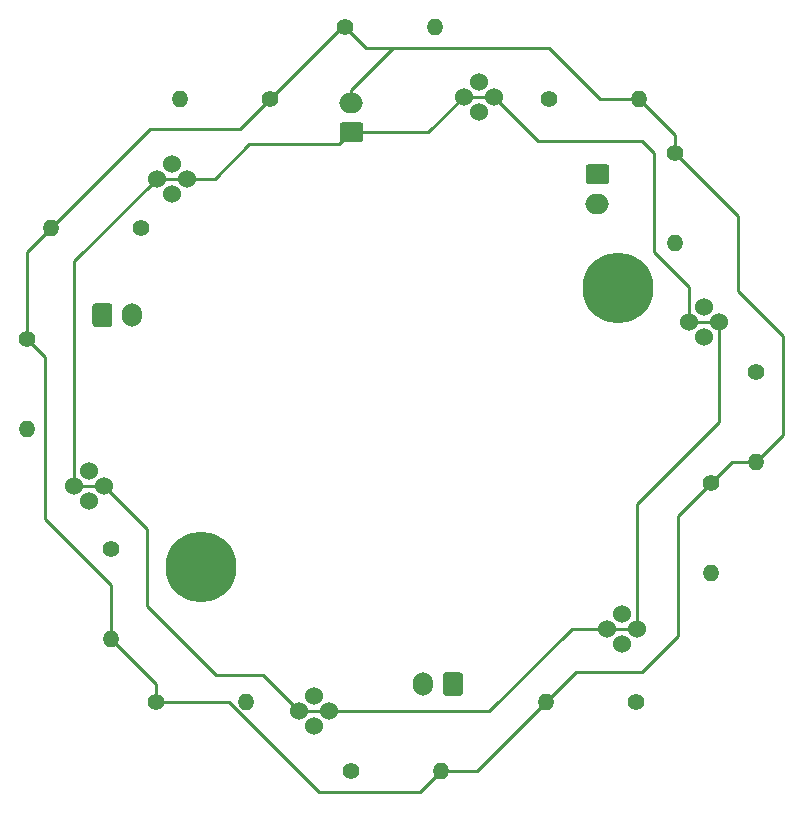
<source format=gbr>
%TF.GenerationSoftware,KiCad,Pcbnew,(5.1.10)-1*%
%TF.CreationDate,2021-12-11T16:43:53+01:00*%
%TF.ProjectId,qura_pump_pcb,71757261-5f70-4756-9d70-5f7063622e6b,rev?*%
%TF.SameCoordinates,Original*%
%TF.FileFunction,Copper,L2,Bot*%
%TF.FilePolarity,Positive*%
%FSLAX46Y46*%
G04 Gerber Fmt 4.6, Leading zero omitted, Abs format (unit mm)*
G04 Created by KiCad (PCBNEW (5.1.10)-1) date 2021-12-11 16:43:53*
%MOMM*%
%LPD*%
G01*
G04 APERTURE LIST*
%TA.AperFunction,ComponentPad*%
%ADD10C,6.000000*%
%TD*%
%TA.AperFunction,ComponentPad*%
%ADD11O,2.000000X1.700000*%
%TD*%
%TA.AperFunction,ComponentPad*%
%ADD12O,1.700000X2.000000*%
%TD*%
%TA.AperFunction,ComponentPad*%
%ADD13O,1.400000X1.400000*%
%TD*%
%TA.AperFunction,ComponentPad*%
%ADD14C,1.400000*%
%TD*%
%TA.AperFunction,ComponentPad*%
%ADD15C,1.524000*%
%TD*%
%TA.AperFunction,Conductor*%
%ADD16C,0.250000*%
%TD*%
G04 APERTURE END LIST*
D10*
%TO.P,REF\u002A\u002A,1*%
%TO.N,N/C*%
X177292000Y-79756000D03*
%TD*%
%TO.P,REF\u002A\u002A,1*%
%TO.N,N/C*%
X141986000Y-103378000D03*
%TD*%
D11*
%TO.P,CPWR,2*%
%TO.N,GND*%
X154686000Y-64048000D03*
%TO.P,CPWR,1*%
%TO.N,+3V3*%
%TA.AperFunction,ComponentPad*%
G36*
G01*
X155436000Y-67398000D02*
X153936000Y-67398000D01*
G75*
G02*
X153686000Y-67148000I0J250000D01*
G01*
X153686000Y-65948000D01*
G75*
G02*
X153936000Y-65698000I250000J0D01*
G01*
X155436000Y-65698000D01*
G75*
G02*
X155686000Y-65948000I0J-250000D01*
G01*
X155686000Y-67148000D01*
G75*
G02*
X155436000Y-67398000I-250000J0D01*
G01*
G37*
%TD.AperFunction*%
%TD*%
D12*
%TO.P,C34,2*%
%TO.N,Net-(C34-Pad2)*%
X160782000Y-113284000D03*
%TO.P,C34,1*%
%TO.N,Net-(C34-Pad1)*%
%TA.AperFunction,ComponentPad*%
G36*
G01*
X164132000Y-112534000D02*
X164132000Y-114034000D01*
G75*
G02*
X163882000Y-114284000I-250000J0D01*
G01*
X162682000Y-114284000D01*
G75*
G02*
X162432000Y-114034000I0J250000D01*
G01*
X162432000Y-112534000D01*
G75*
G02*
X162682000Y-112284000I250000J0D01*
G01*
X163882000Y-112284000D01*
G75*
G02*
X164132000Y-112534000I0J-250000D01*
G01*
G37*
%TD.AperFunction*%
%TD*%
%TO.P,C56,2*%
%TO.N,Net-(C56-Pad2)*%
X136104000Y-82042000D03*
%TO.P,C56,1*%
%TO.N,Net-(C56-Pad1)*%
%TA.AperFunction,ComponentPad*%
G36*
G01*
X132754000Y-82792000D02*
X132754000Y-81292000D01*
G75*
G02*
X133004000Y-81042000I250000J0D01*
G01*
X134204000Y-81042000D01*
G75*
G02*
X134454000Y-81292000I0J-250000D01*
G01*
X134454000Y-82792000D01*
G75*
G02*
X134204000Y-83042000I-250000J0D01*
G01*
X133004000Y-83042000D01*
G75*
G02*
X132754000Y-82792000I0J250000D01*
G01*
G37*
%TD.AperFunction*%
%TD*%
D13*
%TO.P,Rs2,2*%
%TO.N,GND*%
X188976000Y-94488000D03*
D14*
%TO.P,Rs2,1*%
%TO.N,Net-(C12-Pad2)*%
X188976000Y-86868000D03*
%TD*%
D13*
%TO.P,Rs6,2*%
%TO.N,GND*%
X129286000Y-74676000D03*
D14*
%TO.P,Rs6,1*%
%TO.N,Net-(C56-Pad2)*%
X136906000Y-74676000D03*
%TD*%
D13*
%TO.P,Rs5,2*%
%TO.N,GND*%
X134366000Y-109474000D03*
D14*
%TO.P,Rs5,1*%
%TO.N,Net-(C56-Pad1)*%
X134366000Y-101854000D03*
%TD*%
D13*
%TO.P,Rs4,2*%
%TO.N,GND*%
X162306000Y-120650000D03*
D14*
%TO.P,Rs4,1*%
%TO.N,Net-(C34-Pad2)*%
X154686000Y-120650000D03*
%TD*%
D13*
%TO.P,Rs3,2*%
%TO.N,GND*%
X171196000Y-114808000D03*
D14*
%TO.P,Rs3,1*%
%TO.N,Net-(C34-Pad1)*%
X178816000Y-114808000D03*
%TD*%
D13*
%TO.P,Rs1,2*%
%TO.N,GND*%
X179070000Y-63754000D03*
D14*
%TO.P,Rs1,1*%
%TO.N,Net-(C12-Pad1)*%
X171450000Y-63754000D03*
%TD*%
D13*
%TO.P,R6,2*%
%TO.N,Net-(OPB730F6-Pad3)*%
X140208000Y-63754000D03*
D14*
%TO.P,R6,1*%
%TO.N,GND*%
X147828000Y-63754000D03*
%TD*%
D13*
%TO.P,R5,2*%
%TO.N,Net-(OPB730F5-Pad3)*%
X127254000Y-91694000D03*
D14*
%TO.P,R5,1*%
%TO.N,GND*%
X127254000Y-84074000D03*
%TD*%
D13*
%TO.P,R4,2*%
%TO.N,Net-(OPB730F4-Pad3)*%
X145796000Y-114808000D03*
D14*
%TO.P,R4,1*%
%TO.N,GND*%
X138176000Y-114808000D03*
%TD*%
D13*
%TO.P,R3,2*%
%TO.N,Net-(OPB730F3-Pad3)*%
X185166000Y-103886000D03*
D14*
%TO.P,R3,1*%
%TO.N,GND*%
X185166000Y-96266000D03*
%TD*%
D13*
%TO.P,R2,2*%
%TO.N,Net-(OPB730F2-Pad3)*%
X182118000Y-75946000D03*
D14*
%TO.P,R2,1*%
%TO.N,GND*%
X182118000Y-68326000D03*
%TD*%
D13*
%TO.P,R1,2*%
%TO.N,Net-(OPB730F1-Pad3)*%
X161798000Y-57658000D03*
D14*
%TO.P,R1,1*%
%TO.N,GND*%
X154178000Y-57658000D03*
%TD*%
D15*
%TO.P,OPB730F6,2*%
%TO.N,+3V3*%
X138200000Y-70510000D03*
%TO.P,OPB730F6,4*%
X140740000Y-70510000D03*
%TO.P,OPB730F6,3*%
%TO.N,Net-(OPB730F6-Pad3)*%
X139470000Y-69240000D03*
%TO.P,OPB730F6,1*%
%TO.N,Net-(C56-Pad2)*%
X139470000Y-71780000D03*
%TD*%
%TO.P,OPB730F5,2*%
%TO.N,+3V3*%
X131240000Y-96530000D03*
%TO.P,OPB730F5,4*%
X133780000Y-96530000D03*
%TO.P,OPB730F5,3*%
%TO.N,Net-(OPB730F5-Pad3)*%
X132510000Y-95260000D03*
%TO.P,OPB730F5,1*%
%TO.N,Net-(C56-Pad1)*%
X132510000Y-97800000D03*
%TD*%
%TO.P,OPB730F4,2*%
%TO.N,+3V3*%
X150280000Y-115570000D03*
%TO.P,OPB730F4,4*%
X152820000Y-115570000D03*
%TO.P,OPB730F4,3*%
%TO.N,Net-(OPB730F4-Pad3)*%
X151550000Y-114300000D03*
%TO.P,OPB730F4,1*%
%TO.N,Net-(C34-Pad2)*%
X151550000Y-116840000D03*
%TD*%
%TO.P,OPB730F3,2*%
%TO.N,+3V3*%
X176290000Y-108600000D03*
%TO.P,OPB730F3,4*%
X178830000Y-108600000D03*
%TO.P,OPB730F3,3*%
%TO.N,Net-(OPB730F3-Pad3)*%
X177560000Y-107330000D03*
%TO.P,OPB730F3,1*%
%TO.N,Net-(C34-Pad1)*%
X177560000Y-109870000D03*
%TD*%
%TO.P,OPB730F2,2*%
%TO.N,+3V3*%
X183260000Y-82590000D03*
%TO.P,OPB730F2,4*%
X185800000Y-82590000D03*
%TO.P,OPB730F2,3*%
%TO.N,Net-(OPB730F2-Pad3)*%
X184530000Y-81320000D03*
%TO.P,OPB730F2,1*%
%TO.N,Net-(C12-Pad2)*%
X184530000Y-83860000D03*
%TD*%
%TO.P,OPB730F1,2*%
%TO.N,+3V3*%
X164210000Y-63540000D03*
%TO.P,OPB730F1,4*%
X166750000Y-63540000D03*
%TO.P,OPB730F1,3*%
%TO.N,Net-(OPB730F1-Pad3)*%
X165480000Y-62270000D03*
%TO.P,OPB730F1,1*%
%TO.N,Net-(C12-Pad1)*%
X165480000Y-64810000D03*
%TD*%
D11*
%TO.P,C12,2*%
%TO.N,Net-(C12-Pad2)*%
X175514000Y-72604000D03*
%TO.P,C12,1*%
%TO.N,Net-(C12-Pad1)*%
%TA.AperFunction,ComponentPad*%
G36*
G01*
X174764000Y-69254000D02*
X176264000Y-69254000D01*
G75*
G02*
X176514000Y-69504000I0J-250000D01*
G01*
X176514000Y-70704000D01*
G75*
G02*
X176264000Y-70954000I-250000J0D01*
G01*
X174764000Y-70954000D01*
G75*
G02*
X174514000Y-70704000I0J250000D01*
G01*
X174514000Y-69504000D01*
G75*
G02*
X174764000Y-69254000I250000J0D01*
G01*
G37*
%TD.AperFunction*%
%TD*%
D16*
%TO.N,GND*%
X144278998Y-114808000D02*
X151898998Y-122428000D01*
X138176000Y-114808000D02*
X144278998Y-114808000D01*
X160528000Y-122428000D02*
X162306000Y-120650000D01*
X151898998Y-122428000D02*
X160528000Y-122428000D01*
X165354000Y-120650000D02*
X171196000Y-114808000D01*
X162306000Y-120650000D02*
X165354000Y-120650000D01*
X138176000Y-113284000D02*
X134366000Y-109474000D01*
X138176000Y-114808000D02*
X138176000Y-113284000D01*
X134366000Y-109474000D02*
X134366000Y-104902000D01*
X134366000Y-104902000D02*
X128778000Y-99314000D01*
X128778000Y-85598000D02*
X127254000Y-84074000D01*
X128778000Y-99314000D02*
X128778000Y-85598000D01*
X127254000Y-76708000D02*
X129286000Y-74676000D01*
X127254000Y-84074000D02*
X127254000Y-76708000D01*
X129286000Y-74676000D02*
X137668000Y-66294000D01*
X145288000Y-66294000D02*
X147828000Y-63754000D01*
X137668000Y-66294000D02*
X145288000Y-66294000D01*
X153924000Y-57658000D02*
X154178000Y-57658000D01*
X147828000Y-63754000D02*
X153924000Y-57658000D01*
X154178000Y-57658000D02*
X155956000Y-59436000D01*
X175768000Y-63754000D02*
X179070000Y-63754000D01*
X171450000Y-59436000D02*
X175768000Y-63754000D01*
X182118000Y-66802000D02*
X179070000Y-63754000D01*
X182118000Y-68326000D02*
X182118000Y-66802000D01*
X191262000Y-92202000D02*
X188976000Y-94488000D01*
X191262000Y-83820000D02*
X191262000Y-92202000D01*
X187452000Y-80010000D02*
X191262000Y-83820000D01*
X187452000Y-73660000D02*
X187452000Y-80010000D01*
X182118000Y-68326000D02*
X187452000Y-73660000D01*
X186944000Y-94488000D02*
X185166000Y-96266000D01*
X188976000Y-94488000D02*
X186944000Y-94488000D01*
X154686000Y-62992000D02*
X158242000Y-59436000D01*
X154686000Y-64048000D02*
X154686000Y-62992000D01*
X158242000Y-59436000D02*
X171450000Y-59436000D01*
X155956000Y-59436000D02*
X158242000Y-59436000D01*
X182372000Y-99060000D02*
X185166000Y-96266000D01*
X182372000Y-109220000D02*
X182372000Y-99060000D01*
X179324000Y-112268000D02*
X182372000Y-109220000D01*
X173736000Y-112268000D02*
X179324000Y-112268000D01*
X171196000Y-114808000D02*
X173736000Y-112268000D01*
%TO.N,+3V3*%
X165287630Y-63540000D02*
X166750000Y-63540000D01*
X164210000Y-63540000D02*
X165287630Y-63540000D01*
X183856000Y-82590000D02*
X185800000Y-82590000D01*
X183260000Y-82590000D02*
X183856000Y-82590000D01*
X176290000Y-108600000D02*
X178830000Y-108600000D01*
X150280000Y-115570000D02*
X152820000Y-115570000D01*
X131240000Y-96530000D02*
X133780000Y-96530000D01*
X138200000Y-70510000D02*
X140740000Y-70510000D01*
X166750000Y-63540000D02*
X170520000Y-67310000D01*
X152820000Y-115570000D02*
X166370000Y-115570000D01*
X173340000Y-108600000D02*
X176290000Y-108600000D01*
X166370000Y-115570000D02*
X173340000Y-108600000D01*
X131240000Y-77470000D02*
X138200000Y-70510000D01*
X131240000Y-96530000D02*
X131240000Y-77470000D01*
X164210000Y-63540000D02*
X161202000Y-66548000D01*
X161202000Y-66548000D02*
X154686000Y-66548000D01*
X140740000Y-70510000D02*
X143104000Y-70510000D01*
X143104000Y-70510000D02*
X146050000Y-67564000D01*
X153670000Y-67564000D02*
X154686000Y-66548000D01*
X146050000Y-67564000D02*
X153670000Y-67564000D01*
X185800000Y-82590000D02*
X185800000Y-91060000D01*
X178830000Y-98030000D02*
X178830000Y-108600000D01*
X185800000Y-91060000D02*
X178830000Y-98030000D01*
X147232000Y-112522000D02*
X150280000Y-115570000D01*
X143256000Y-112522000D02*
X147232000Y-112522000D01*
X137414000Y-106680000D02*
X143256000Y-112522000D01*
X137414000Y-100164000D02*
X137414000Y-106680000D01*
X133780000Y-96530000D02*
X137414000Y-100164000D01*
X183260000Y-82590000D02*
X183260000Y-79628000D01*
X183260000Y-79628000D02*
X180340000Y-76708000D01*
X180340000Y-76708000D02*
X180340000Y-68326000D01*
X180340000Y-68326000D02*
X179324000Y-67310000D01*
X179324000Y-67310000D02*
X176276000Y-67310000D01*
X170520000Y-67310000D02*
X176276000Y-67310000D01*
%TD*%
M02*

</source>
